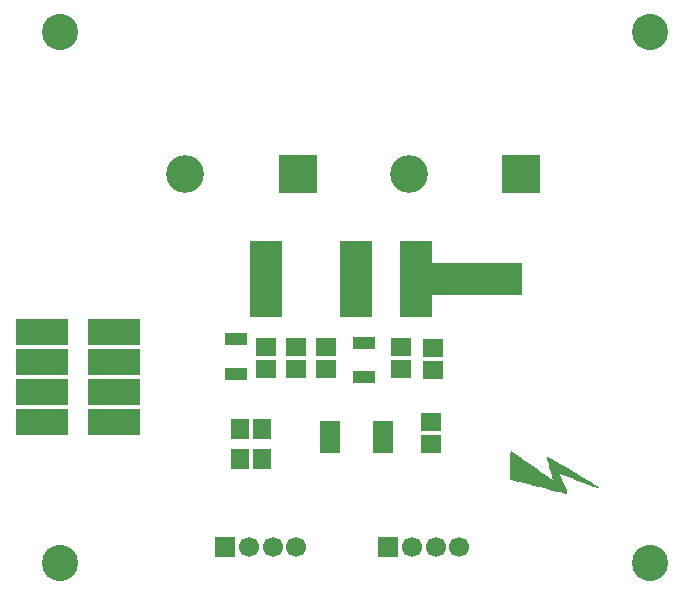
<source format=gts>
G04 #@! TF.GenerationSoftware,KiCad,Pcbnew,(5.1.6)-1*
G04 #@! TF.CreationDate,2021-02-15T16:03:40+00:00*
G04 #@! TF.ProjectId,DC_Power_Monitor,44435f50-6f77-4657-925f-4d6f6e69746f,rev?*
G04 #@! TF.SameCoordinates,PX2455c20PY82ce540*
G04 #@! TF.FileFunction,Soldermask,Top*
G04 #@! TF.FilePolarity,Negative*
%FSLAX46Y46*%
G04 Gerber Fmt 4.6, Leading zero omitted, Abs format (unit mm)*
G04 Created by KiCad (PCBNEW (5.1.6)-1) date 2021-02-15 16:03:40*
%MOMM*%
%LPD*%
G01*
G04 APERTURE LIST*
%ADD10C,0.010000*%
%ADD11C,1.700000*%
%ADD12R,1.700000X1.700000*%
%ADD13R,3.200000X3.200000*%
%ADD14C,3.200000*%
%ADD15R,2.740000X6.550000*%
%ADD16R,2.740000X2.740000*%
%ADD17R,1.700000X1.500000*%
%ADD18R,1.900000X1.100000*%
%ADD19R,1.500000X1.700000*%
%ADD20R,1.800000X0.690000*%
%ADD21C,3.064946*%
%ADD22R,2.200000X2.200000*%
G04 APERTURE END LIST*
D10*
G36*
X41607417Y14585315D02*
G01*
X41678608Y14567110D01*
X41823560Y14530549D01*
X42033877Y14477734D01*
X42301161Y14410766D01*
X42617017Y14331747D01*
X42973047Y14242779D01*
X43360855Y14145963D01*
X43772044Y14043401D01*
X43904000Y14010506D01*
X44317611Y13907332D01*
X44707897Y13809822D01*
X45066850Y13719987D01*
X45386461Y13639839D01*
X45658722Y13571390D01*
X45875624Y13516650D01*
X46029159Y13477632D01*
X46111319Y13456347D01*
X46121681Y13453473D01*
X46155867Y13446678D01*
X46175985Y13456455D01*
X46179400Y13491416D01*
X46163479Y13560170D01*
X46125587Y13671328D01*
X46063089Y13833499D01*
X45973350Y14055295D01*
X45853737Y14345325D01*
X45834855Y14390906D01*
X45738182Y14626077D01*
X45654634Y14832928D01*
X45588965Y14999390D01*
X45545926Y15113394D01*
X45530269Y15162872D01*
X45530469Y15163914D01*
X45571160Y15151929D01*
X45681574Y15112752D01*
X45852505Y15049823D01*
X46074748Y14966586D01*
X46339097Y14866481D01*
X46636345Y14752950D01*
X46871285Y14662623D01*
X47326684Y14487208D01*
X47709128Y14340271D01*
X48024570Y14219600D01*
X48278967Y14122986D01*
X48478273Y14048219D01*
X48628441Y13993089D01*
X48735428Y13955385D01*
X48805186Y13932897D01*
X48843671Y13923416D01*
X48856838Y13924731D01*
X48857000Y13925589D01*
X48825702Y13959912D01*
X48761750Y14006129D01*
X48571621Y14126985D01*
X48336538Y14273609D01*
X48064059Y14441502D01*
X47761746Y14626164D01*
X47437156Y14823096D01*
X47097848Y15027798D01*
X46751382Y15235770D01*
X46405317Y15442514D01*
X46067212Y15643529D01*
X45744626Y15834316D01*
X45445118Y16010375D01*
X45176248Y16167207D01*
X44945574Y16300313D01*
X44760655Y16405192D01*
X44629052Y16477346D01*
X44558321Y16512275D01*
X44548118Y16514280D01*
X44555760Y16460211D01*
X44583665Y16336596D01*
X44628819Y16155296D01*
X44688211Y15928170D01*
X44758827Y15667078D01*
X44812701Y15472678D01*
X44889512Y15197692D01*
X44958128Y14951148D01*
X45015437Y14744304D01*
X45058325Y14588417D01*
X45083681Y14494745D01*
X45089334Y14472162D01*
X45055660Y14493253D01*
X44958956Y14558241D01*
X44805694Y14662676D01*
X44602349Y14802105D01*
X44355394Y14972078D01*
X44071304Y15168144D01*
X43756551Y15385853D01*
X43417610Y15620752D01*
X43294293Y15706324D01*
X42947460Y15946744D01*
X42621726Y16171901D01*
X42323684Y16377280D01*
X42059927Y16558371D01*
X41837048Y16710659D01*
X41661638Y16829633D01*
X41540291Y16910779D01*
X41479600Y16949586D01*
X41473959Y16952333D01*
X41467349Y16911803D01*
X41461384Y16797422D01*
X41456298Y16620006D01*
X41452328Y16390369D01*
X41449708Y16119327D01*
X41448674Y15817696D01*
X41448667Y15789798D01*
X41448667Y14627263D01*
X41607417Y14585315D01*
G37*
X41607417Y14585315D02*
X41678608Y14567110D01*
X41823560Y14530549D01*
X42033877Y14477734D01*
X42301161Y14410766D01*
X42617017Y14331747D01*
X42973047Y14242779D01*
X43360855Y14145963D01*
X43772044Y14043401D01*
X43904000Y14010506D01*
X44317611Y13907332D01*
X44707897Y13809822D01*
X45066850Y13719987D01*
X45386461Y13639839D01*
X45658722Y13571390D01*
X45875624Y13516650D01*
X46029159Y13477632D01*
X46111319Y13456347D01*
X46121681Y13453473D01*
X46155867Y13446678D01*
X46175985Y13456455D01*
X46179400Y13491416D01*
X46163479Y13560170D01*
X46125587Y13671328D01*
X46063089Y13833499D01*
X45973350Y14055295D01*
X45853737Y14345325D01*
X45834855Y14390906D01*
X45738182Y14626077D01*
X45654634Y14832928D01*
X45588965Y14999390D01*
X45545926Y15113394D01*
X45530269Y15162872D01*
X45530469Y15163914D01*
X45571160Y15151929D01*
X45681574Y15112752D01*
X45852505Y15049823D01*
X46074748Y14966586D01*
X46339097Y14866481D01*
X46636345Y14752950D01*
X46871285Y14662623D01*
X47326684Y14487208D01*
X47709128Y14340271D01*
X48024570Y14219600D01*
X48278967Y14122986D01*
X48478273Y14048219D01*
X48628441Y13993089D01*
X48735428Y13955385D01*
X48805186Y13932897D01*
X48843671Y13923416D01*
X48856838Y13924731D01*
X48857000Y13925589D01*
X48825702Y13959912D01*
X48761750Y14006129D01*
X48571621Y14126985D01*
X48336538Y14273609D01*
X48064059Y14441502D01*
X47761746Y14626164D01*
X47437156Y14823096D01*
X47097848Y15027798D01*
X46751382Y15235770D01*
X46405317Y15442514D01*
X46067212Y15643529D01*
X45744626Y15834316D01*
X45445118Y16010375D01*
X45176248Y16167207D01*
X44945574Y16300313D01*
X44760655Y16405192D01*
X44629052Y16477346D01*
X44558321Y16512275D01*
X44548118Y16514280D01*
X44555760Y16460211D01*
X44583665Y16336596D01*
X44628819Y16155296D01*
X44688211Y15928170D01*
X44758827Y15667078D01*
X44812701Y15472678D01*
X44889512Y15197692D01*
X44958128Y14951148D01*
X45015437Y14744304D01*
X45058325Y14588417D01*
X45083681Y14494745D01*
X45089334Y14472162D01*
X45055660Y14493253D01*
X44958956Y14558241D01*
X44805694Y14662676D01*
X44602349Y14802105D01*
X44355394Y14972078D01*
X44071304Y15168144D01*
X43756551Y15385853D01*
X43417610Y15620752D01*
X43294293Y15706324D01*
X42947460Y15946744D01*
X42621726Y16171901D01*
X42323684Y16377280D01*
X42059927Y16558371D01*
X41837048Y16710659D01*
X41661638Y16829633D01*
X41540291Y16910779D01*
X41479600Y16949586D01*
X41473959Y16952333D01*
X41467349Y16911803D01*
X41461384Y16797422D01*
X41456298Y16620006D01*
X41452328Y16390369D01*
X41449708Y16119327D01*
X41448674Y15817696D01*
X41448667Y15789798D01*
X41448667Y14627263D01*
X41607417Y14585315D01*
D11*
X23330000Y8861000D03*
X21330000Y8861000D03*
X19330000Y8861000D03*
D12*
X17330000Y8861000D03*
D13*
X23457000Y40405000D03*
D14*
X13932000Y40405000D03*
D13*
X42380000Y40405000D03*
D14*
X32855000Y40405000D03*
D15*
X28410000Y31515000D03*
D16*
X38570000Y31515000D03*
X36030000Y31515000D03*
D15*
X33490000Y31515000D03*
D16*
X41110000Y31515000D03*
D15*
X20790000Y31515000D03*
D17*
X34760000Y19445000D03*
X34760000Y17545000D03*
D18*
X29045000Y23260000D03*
X29045000Y26160000D03*
D19*
X20454800Y18815000D03*
X18554800Y18815000D03*
X20454800Y16275000D03*
X18554800Y16275000D03*
D17*
X20790000Y25795000D03*
X20790000Y23895000D03*
X23330000Y25800000D03*
X23330000Y23900000D03*
X32220000Y25795000D03*
X32220000Y23895000D03*
D20*
X26187500Y19196000D03*
X26187500Y18688000D03*
X26187500Y18180000D03*
X26187500Y17672000D03*
X26187500Y17164000D03*
X30632500Y17164000D03*
X30632500Y17672000D03*
X30632500Y18180000D03*
X30632500Y18688000D03*
X30632500Y19196000D03*
D18*
X18250000Y23535000D03*
X18250000Y26435000D03*
D17*
X25870000Y25795000D03*
X25870000Y23895000D03*
X34887000Y23844200D03*
X34887000Y25744200D03*
D21*
X3346451Y52434464D03*
X53296451Y52484464D03*
X53246452Y7534468D03*
X3346451Y7534464D03*
D11*
X37125000Y8861000D03*
X35125000Y8861000D03*
X33125000Y8861000D03*
D12*
X31125000Y8861000D03*
D22*
X724000Y27070000D03*
X724000Y24530000D03*
X724000Y19450000D03*
X2883000Y19450000D03*
X2883000Y21990000D03*
X2883000Y24530000D03*
X2883000Y27070000D03*
X724000Y21990000D03*
X6820000Y21990000D03*
X8979000Y27070000D03*
X8979000Y24530000D03*
X8979000Y21990000D03*
X8979000Y19450000D03*
X6820000Y19450000D03*
X6820000Y24530000D03*
X6820000Y27070000D03*
M02*

</source>
